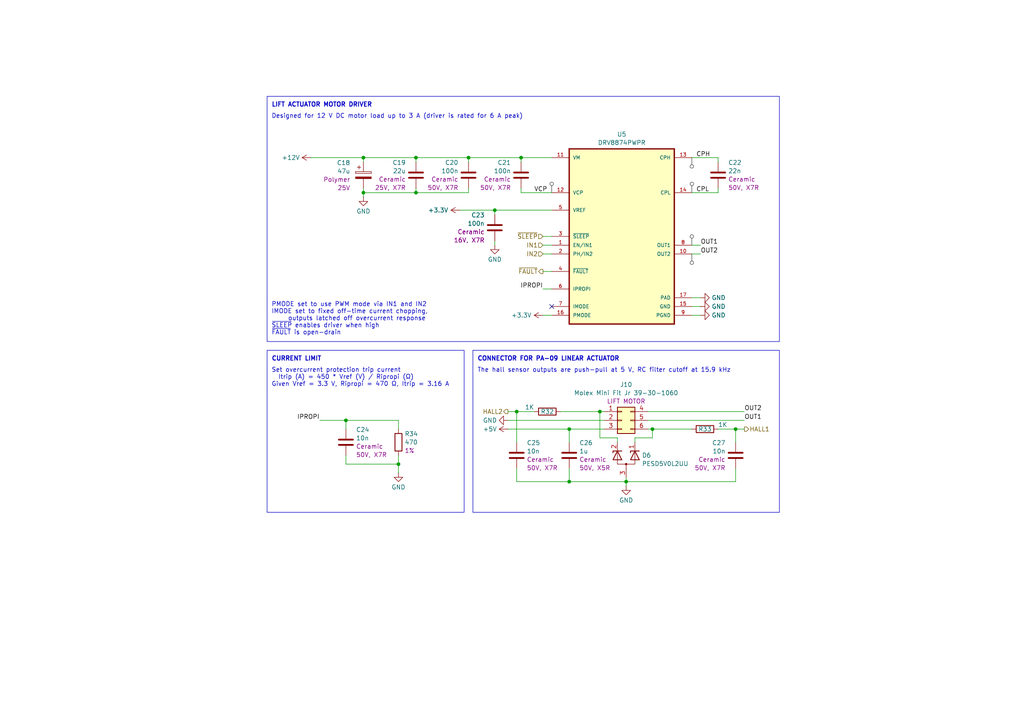
<source format=kicad_sch>
(kicad_sch (version 20250114) (generator "eeschema") (generator_version "9.0")
  (paper "A4")
  (title_block (title "Bed Lift Controller") (date "2026-01") (rev "v1.0") (company "Brown Studios LLC") (comment 1 "github.com/j9brown/bed-lift"))
  (lib_symbols
    (symbol "Connector_Generic:Conn_02x03_Top_Bottom" (pin_names (offset 1.016) (hide yes))
      (property "Reference" "J" (at 1.27 5.08 0))
      (property "Value" "Conn_02x03_Top_Bottom" (at 1.27 -5.08 0))
      (symbol "Conn_02x03_Top_Bottom_1_1"
        (rectangle (start -1.27 3.81) (end 3.81 -3.81) (stroke (width 0.254)) (fill (type background)))
        (rectangle (start -1.27 2.667) (end 0 2.413) (stroke (width 0.1524)))
        (rectangle (start -1.27 0.127) (end 0 -0.127) (stroke (width 0.1524)))
        (rectangle (start -1.27 -2.413) (end 0 -2.667) (stroke (width 0.1524)))
        (rectangle (start 3.81 2.667) (end 2.54 2.413) (stroke (width 0.1524)))
        (rectangle (start 3.81 0.127) (end 2.54 -0.127) (stroke (width 0.1524)))
        (rectangle (start 3.81 -2.413) (end 2.54 -2.667) (stroke (width 0.1524)))
        (pin passive line (at -5.08 2.54 0) (length 3.81) (name "Pin_1") (number "1"))
        (pin passive line (at -5.08 0 0) (length 3.81) (name "Pin_2") (number "2"))
        (pin passive line (at -5.08 -2.54 0) (length 3.81) (name "Pin_3") (number "3"))
        (pin passive line (at 7.62 2.54 180) (length 3.81) (name "Pin_4") (number "4"))
        (pin passive line (at 7.62 0 180) (length 3.81) (name "Pin_5") (number "5"))
        (pin passive line (at 7.62 -2.54 180) (length 3.81) (name "Pin_6") (number "6"))
      )
    )
    (symbol "DRV8874PWPR:DRV8874PWPR" (pin_names (offset 1.016))
      (property "Reference" "U" (at -15.24 26.4 0))
      (property "Value" "DRV8874PWPR" (at -15.24 -29.4 0))
      (symbol "DRV8874PWPR_0_0"
        (rectangle (start -15.24 25.4) (end 15.24 -25.4) (stroke (width 0.41)) (fill (type background)))
        (pin power_in line (at -20.32 22.86 0) (length 5.08) (name "VM") (number "11"))
        (pin power_out line (at -20.32 12.7 0) (length 5.08) (name "VCP") (number "12"))
        (pin input line (at -20.32 7.62 0) (length 5.08) (name "VREF") (number "5"))
        (pin input line (at -20.32 0 0) (length 5.08) (name "~{SLEEP}") (number "3"))
        (pin input line (at -20.32 -2.54 0) (length 5.08) (name "EN/IN1") (number "1"))
        (pin input line (at -20.32 -5.08 0) (length 5.08) (name "PH/IN2") (number "2"))
        (pin output line (at -20.32 -15.24 0) (length 5.08) (name "IPROPI") (number "6"))
        (pin input line (at -20.32 -20.32 0) (length 5.08) (name "IMODE") (number "7"))
        (pin input line (at -20.32 -22.86 0) (length 5.08) (name "PMODE") (number "16"))
        (pin power_out line (at 20.32 22.86 180) (length 5.08) (name "CPH") (number "13"))
        (pin power_out line (at 20.32 12.7 180) (length 5.08) (name "CPL") (number "14"))
        (pin passive line (at 20.32 -17.78 180) (length 5.08) (name "PAD") (number "17"))
        (pin power_in line (at 20.32 -20.32 180) (length 5.08) (name "GND") (number "15"))
        (pin power_in line (at 20.32 -22.86 180) (length 5.08) (name "PGND") (number "9"))
      )
      (symbol "DRV8874PWPR_1_0"
        (pin open_collector line (at -20.32 -10.16 0) (length 5.08) (name "~{FAULT}") (number "4"))
        (pin power_out line (at 20.32 -2.54 180) (length 5.08) (name "OUT1") (number "8"))
        (pin power_out line (at 20.32 -5.08 180) (length 5.08) (name "OUT2") (number "10"))
      )
    )
    (symbol "Device:C" (pin_numbers (hide yes)) (pin_names (offset 0.254))
      (property "Reference" "C" (at 0.635 2.54 0))
      (property "Value" "C" (at 0.635 -2.54 0))
      (symbol "C_0_1"
        (polyline (pts (xy -2.032 0.762) (xy 2.032 0.762)) (stroke (width 0.508)))
        (polyline (pts (xy -2.032 -0.762) (xy 2.032 -0.762)) (stroke (width 0.508)))
      )
      (symbol "C_1_1"
        (pin passive line (at 0 3.81 270) (length 2.794) (name "~") (number "1"))
        (pin passive line (at 0 -3.81 90) (length 2.794) (name "~") (number "2"))
      )
    )
    (symbol "Device:C_Polarized" (pin_numbers (hide yes)) (pin_names (offset 0.254))
      (property "Reference" "C" (at 0.635 2.54 0))
      (property "Value" "C_Polarized" (at 0.635 -2.54 0))
      (symbol "C_Polarized_0_1"
        (rectangle (start -2.286 0.508) (end 2.286 1.016))
        (polyline (pts (xy -1.778 2.286) (xy -0.762 2.286)))
        (polyline (pts (xy -1.27 2.794) (xy -1.27 1.778)))
        (rectangle (start 2.286 -0.508) (end -2.286 -1.016) (fill (type outline)))
      )
      (symbol "C_Polarized_1_1"
        (pin passive line (at 0 3.81 270) (length 2.794) (name "~") (number "1"))
        (pin passive line (at 0 -3.81 90) (length 2.794) (name "~") (number "2"))
      )
    )
    (symbol "Device:D_Zener_Dual_CommonAnode_KKA_Parallel" (pin_names (offset 0.762) (hide yes))
      (property "Reference" "D" (at 0 5.08 0))
      (property "Value" "D_Zener_Dual_CommonAnode_KKA_Parallel" (at 0 -5.08 0))
      (symbol "D_Zener_Dual_CommonAnode_KKA_Parallel_0_0"
        (polyline (pts (xy 2.032 1.27) (xy 2.54 1.27) (xy 2.54 3.81)) (stroke (width 0.254)))
        (polyline (pts (xy 2.54 -1.27) (xy 2.54 -3.81) (xy 2.032 -3.81)) (stroke (width 0.254)))
      )
      (symbol "D_Zener_Dual_CommonAnode_KKA_Parallel_0_1"
        (circle (center -1.27 0) (radius 0.254) (fill (type outline)))
        (polyline (pts (xy -1.27 0) (xy -2.54 0)))
        (polyline (pts (xy 0 3.81) (xy 2.54 2.54) (xy 0 1.27) (xy 0 3.81) (xy 0 3.81) (xy 0 3.81)) (stroke (width 0.254)))
        (polyline (pts (xy 0 -1.27) (xy 2.54 -2.54) (xy 0 -3.81) (xy 0 -1.27) (xy 0 -1.27) (xy 0 -1.27)) (stroke (width 0.254)))
        (polyline (pts (xy 2.54 2.54) (xy -1.27 2.54) (xy -1.27 -2.54) (xy 2.54 -2.54)))
        (pin passive line (at -5.08 0 0) (length 2.54) (name "A") (number "3"))
        (pin passive line (at 5.08 2.54 180) (length 2.54) (name "K") (number "1"))
        (pin passive line (at 5.08 -2.54 180) (length 2.54) (name "K") (number "2"))
      )
    )
    (symbol "Device:R" (pin_numbers (hide yes)) (pin_names (offset 0))
      (property "Reference" "R" (at 2.032 0 90))
      (property "Value" "R" (at 0 0 90))
      (symbol "R_0_1"
        (rectangle (start -1.016 -2.54) (end 1.016 2.54) (stroke (width 0.254)))
      )
      (symbol "R_1_1"
        (pin passive line (at 0 3.81 270) (length 1.27) (name "~") (number "1"))
        (pin passive line (at 0 -3.81 90) (length 1.27) (name "~") (number "2"))
      )
    )
    (symbol "power:+12V" (power) (pin_numbers (hide yes)) (pin_names (offset 0) (hide yes))
      (property "Value" "+12V" (at 0 3.556 0))
      (symbol "+12V_0_1"
        (polyline (pts (xy -0.762 1.27) (xy 0 2.54)))
        (polyline (pts (xy 0 2.54) (xy 0.762 1.27)))
        (polyline (pts (xy 0 0) (xy 0 2.54)))
      )
      (symbol "+12V_1_1"
        (pin power_in line (at 0 0 90) (length 0) (name "~") (number "1"))
      )
    )
    (symbol "power:+3.3V" (power) (pin_numbers (hide yes)) (pin_names (offset 0) (hide yes))
      (property "Value" "+3.3V" (at 0 3.556 0))
      (symbol "+3.3V_0_1"
        (polyline (pts (xy -0.762 1.27) (xy 0 2.54)))
        (polyline (pts (xy 0 2.54) (xy 0.762 1.27)))
        (polyline (pts (xy 0 0) (xy 0 2.54)))
      )
      (symbol "+3.3V_1_1"
        (pin power_in line (at 0 0 90) (length 0) (name "~") (number "1"))
      )
    )
    (symbol "power:+5V" (power) (pin_numbers (hide yes)) (pin_names (offset 0) (hide yes))
      (property "Value" "+5V" (at 0 3.556 0))
      (symbol "+5V_0_1"
        (polyline (pts (xy -0.762 1.27) (xy 0 2.54)))
        (polyline (pts (xy 0 2.54) (xy 0.762 1.27)))
        (polyline (pts (xy 0 0) (xy 0 2.54)))
      )
      (symbol "+5V_1_1"
        (pin power_in line (at 0 0 90) (length 0) (name "~") (number "1"))
      )
    )
    (symbol "power:GND" (power) (pin_numbers (hide yes)) (pin_names (offset 0) (hide yes))
      (property "Value" "GND" (at 0 -3.81 0))
      (symbol "GND_0_1"
        (polyline (pts (xy 0 0) (xy 0 -1.27) (xy 1.27 -1.27) (xy 0 -2.54) (xy -1.27 -1.27) (xy 0 -1.27)))
      )
      (symbol "GND_1_1"
        (pin power_in line (at 0 0 270) (length 0) (name "~") (number "1"))
      )
    )
  )
  (rectangle (start 77.47 101.6) (end 134.62 148.59))
  (rectangle (start 77.47 27.94) (end 226.06 99.06))
  (rectangle (start 137.16 101.6) (end 226.06 148.59))
  (text "CONNECTOR FOR PA-09 LINEAR ACTUATOR" (at 138.43 104.14 0) (effects (font (size 1.27 1.27) (thickness 0.254) (bold yes)) (justify left)))
  (text "PMODE set to use PWM mode via IN1 and IN2\nIMODE set to fixed off-time current chopping,\n	outputs latched off overcurrent response\n~{SLEEP} enables driver when high\n~{FAULT} is open-drain" (at 78.74 87.63 0) (effects (font (size 1.27 1.27)) (justify left top)))
  (text "LIFT ACTUATOR MOTOR DRIVER" (at 78.74 30.48 0) (effects (font (size 1.27 1.27) (thickness 0.254) (bold yes)) (justify left)))
  (text "CURRENT LIMIT" (at 78.74 104.14 0) (effects (font (size 1.27 1.27) (thickness 0.254) (bold yes)) (justify left)))
  (text "Designed for 12 V DC motor load up to 3 A (driver is rated for 6 A peak)" (at 78.74 33.02 0) (effects (font (size 1.27 1.27)) (justify left top)))
  (text "Set overcurrent protection trip current\n  Itrip (A) = 450 * Vref (V) / Ripropi (Ω)\nGiven Vref = 3.3 V, Ripropi = 470 Ω, Itrip = 3.16 A" (at 78.74 106.68 0) (effects (font (size 1.27 1.27)) (justify left top)))
  (text "The hall sensor outputs are push-pull at 5 V, RC filter cutoff at 15.9 kHz" (at 138.43 106.68 0) (effects (font (size 1.27 1.27)) (justify left top)))
  (junction (at 151.13 45.72))
  (junction (at 165.1 124.46))
  (junction (at 165.1 139.7))
  (junction (at 213.36 124.46))
  (junction (at 135.89 45.72))
  (junction (at 189.23 124.46))
  (junction (at 181.61 139.7))
  (junction (at 149.86 119.38))
  (junction (at 143.51 60.96))
  (junction (at 105.41 55.88))
  (junction (at 105.41 45.72))
  (junction (at 100.33 121.92))
  (junction (at 120.65 55.88))
  (junction (at 120.65 45.72))
  (junction (at 115.57 134.62))
  (junction (at 173.99 119.38))
  (no_connect (at 160.02 88.9))
  (wire (pts (xy 105.41 55.88) (xy 120.65 55.88)))
  (wire (pts (xy 105.41 55.88) (xy 105.41 57.15)))
  (wire (pts (xy 173.99 127) (xy 173.99 119.38)))
  (wire (pts (xy 100.33 132.08) (xy 100.33 134.62)))
  (wire (pts (xy 162.56 119.38) (xy 173.99 119.38)))
  (wire (pts (xy 151.13 55.88) (xy 160.02 55.88)))
  (wire (pts (xy 165.1 135.89) (xy 165.1 139.7)))
  (wire (pts (xy 115.57 134.62) (xy 115.57 137.16)))
  (wire (pts (xy 115.57 132.08) (xy 115.57 134.62)))
  (wire (pts (xy 151.13 54.61) (xy 151.13 55.88)))
  (wire (pts (xy 165.1 139.7) (xy 181.61 139.7)))
  (wire (pts (xy 100.33 134.62) (xy 115.57 134.62)))
  (wire (pts (xy 200.66 71.12) (xy 203.2 71.12)))
  (wire (pts (xy 179.07 127) (xy 173.99 127)))
  (wire (pts (xy 105.41 45.72) (xy 120.65 45.72)))
  (wire (pts (xy 100.33 121.92) (xy 115.57 121.92)))
  (wire (pts (xy 213.36 139.7) (xy 213.36 135.89)))
  (wire (pts (xy 135.89 45.72) (xy 151.13 45.72)))
  (wire (pts (xy 143.51 60.96) (xy 160.02 60.96)))
  (wire (pts (xy 147.32 124.46) (xy 165.1 124.46)))
  (wire (pts (xy 105.41 54.61) (xy 105.41 55.88)))
  (wire (pts (xy 189.23 124.46) (xy 200.66 124.46)))
  (wire (pts (xy 151.13 46.99) (xy 151.13 45.72)))
  (wire (pts (xy 120.65 45.72) (xy 135.89 45.72)))
  (wire (pts (xy 187.96 119.38) (xy 215.9 119.38)))
  (wire (pts (xy 200.66 45.72) (xy 208.28 45.72)))
  (wire (pts (xy 181.61 138.43) (xy 181.61 139.7)))
  (wire (pts (xy 181.61 139.7) (xy 181.61 140.97)))
  (wire (pts (xy 149.86 135.89) (xy 149.86 139.7)))
  (wire (pts (xy 149.86 119.38) (xy 149.86 128.27)))
  (wire (pts (xy 189.23 127) (xy 189.23 124.46)))
  (wire (pts (xy 143.51 60.96) (xy 143.51 62.23)))
  (wire (pts (xy 120.65 45.72) (xy 120.65 46.99)))
  (wire (pts (xy 213.36 124.46) (xy 213.36 128.27)))
  (wire (pts (xy 213.36 124.46) (xy 215.9 124.46)))
  (wire (pts (xy 157.48 71.12) (xy 160.02 71.12)))
  (wire (pts (xy 165.1 124.46) (xy 175.26 124.46)))
  (wire (pts (xy 200.66 88.9) (xy 203.2 88.9)))
  (wire (pts (xy 200.66 91.44) (xy 203.2 91.44)))
  (wire (pts (xy 181.61 139.7) (xy 213.36 139.7)))
  (wire (pts (xy 105.41 45.72) (xy 105.41 46.99)))
  (wire (pts (xy 120.65 54.61) (xy 120.65 55.88)))
  (wire (pts (xy 157.48 73.66) (xy 160.02 73.66)))
  (wire (pts (xy 173.99 119.38) (xy 175.26 119.38)))
  (wire (pts (xy 120.65 55.88) (xy 135.89 55.88)))
  (wire (pts (xy 92.71 121.92) (xy 100.33 121.92)))
  (wire (pts (xy 208.28 46.99) (xy 208.28 45.72)))
  (wire (pts (xy 157.48 78.74) (xy 160.02 78.74)))
  (wire (pts (xy 147.32 119.38) (xy 149.86 119.38)))
  (wire (pts (xy 200.66 55.88) (xy 208.28 55.88)))
  (wire (pts (xy 187.96 121.92) (xy 215.9 121.92)))
  (wire (pts (xy 133.35 60.96) (xy 143.51 60.96)))
  (wire (pts (xy 208.28 124.46) (xy 213.36 124.46)))
  (wire (pts (xy 157.48 68.58) (xy 160.02 68.58)))
  (wire (pts (xy 115.57 121.92) (xy 115.57 124.46)))
  (wire (pts (xy 157.48 91.44) (xy 160.02 91.44)))
  (wire (pts (xy 147.32 121.92) (xy 175.26 121.92)))
  (wire (pts (xy 90.17 45.72) (xy 105.41 45.72)))
  (wire (pts (xy 200.66 73.66) (xy 203.2 73.66)))
  (wire (pts (xy 184.15 128.27) (xy 184.15 127)))
  (wire (pts (xy 135.89 45.72) (xy 135.89 46.99)))
  (wire (pts (xy 208.28 54.61) (xy 208.28 55.88)))
  (wire (pts (xy 100.33 121.92) (xy 100.33 124.46)))
  (wire (pts (xy 184.15 127) (xy 189.23 127)))
  (wire (pts (xy 149.86 119.38) (xy 154.94 119.38)))
  (wire (pts (xy 200.66 86.36) (xy 203.2 86.36)))
  (wire (pts (xy 143.51 69.85) (xy 143.51 71.12)))
  (wire (pts (xy 135.89 55.88) (xy 135.89 54.61)))
  (wire (pts (xy 165.1 124.46) (xy 165.1 128.27)))
  (wire (pts (xy 151.13 45.72) (xy 160.02 45.72)))
  (wire (pts (xy 149.86 139.7) (xy 165.1 139.7)))
  (wire (pts (xy 179.07 128.27) (xy 179.07 127)))
  (wire (pts (xy 187.96 124.46) (xy 189.23 124.46)))
  (wire (pts (xy 157.48 83.82) (xy 160.02 83.82)))
  (label "IPROPI" (at 157.48 83.82 180))
  (label "CPH" (at 201.93 45.72 0))
  (label "OUT2" (at 203.2 73.66 0))
  (label "VCP" (at 158.75 55.88 180))
  (label "OUT1" (at 215.9 121.92 0))
  (label "OUT2" (at 215.9 119.38 0))
  (label "IPROPI" (at 92.71 121.92 180))
  (label "CPL" (at 201.93 55.88 0))
  (label "OUT1" (at 203.2 71.12 0))
  (hierarchical_label "~{FAULT}" (shape output) (at 157.48 78.74 180))
  (hierarchical_label "IN1" (shape input) (at 157.48 71.12 180))
  (hierarchical_label "IN2" (shape input) (at 157.48 73.66 180))
  (hierarchical_label "HALL1" (shape output) (at 215.9 124.46 0))
  (hierarchical_label "HALL2" (shape output) (at 147.32 119.38 180))
  (hierarchical_label "~{SLEEP}" (shape input) (at 157.48 68.58 180))
  (netclass_flag "" (length 2.54) (shape round) (at 200.66 73.66 180) (property "Netclass" "Power-4A" (effects (hide yes))))
  (netclass_flag "" (length 2.54) (shape round) (at 160.02 55.88 0) (property "Netclass" "Power" (effects (hide yes))))
  (netclass_flag "" (length 2.54) (shape round) (at 200.66 55.88 0) (property "Netclass" "Power" (effects (hide yes))))
  (netclass_flag "" (length 2.54) (shape round) (at 200.66 45.72 180) (property "Netclass" "Power" (effects (hide yes))))
  (netclass_flag "" (length 2.54) (shape round) (at 200.66 71.12 0) (property "Netclass" "Power-4A" (effects (hide yes))))
  (symbol (lib_id "power:+5V") (at 147.32 124.46 90) (unit 1)
    (property "Reference" "#PWR051" (effects (hide yes)))
    (property "Value" "+5V" (at 144.1451 124.46 90) (effects (justify left)))
    (property "Description" "Power symbol creates a global label with name \"+5V\"" (effects (hide yes)))
    (instances (project "bed-lift" (path "" (reference "#PWR051") (unit 1)) (path "" (reference "#PWR063") (unit 1))))
  )
  (symbol (lib_id "Device:C") (at 213.36 132.08 0) (mirror y) (unit 1)
    (property "Reference" "C27" (at 210.439 128.4435 0) (effects (justify left)))
    (property "Value" "10n" (at 210.439 130.8678 0) (effects (justify left)))
    (property "Footprint" "Capacitor_SMD:C_0402_1005Metric" (effects (hide yes)))
    (property "Description" "Unpolarized capacitor" (effects (hide yes)))
    (property "Type" "Ceramic" (at 210.439 133.2921 0) (effects (justify left)))
    (property "Rating" "50V, X7R" (at 210.439 135.7164 0) (effects (justify left)))
    (property "LCSC" "C15195" (effects (hide yes)))
    (instances (project "bed-lift" (path "" (reference "C27") (unit 1)) (path "" (reference "C37") (unit 1))))
  )
  (symbol (lib_id "Device:C") (at 135.89 50.8 0) (mirror y) (unit 1)
    (property "Reference" "C20" (at 132.969 47.1635 0) (effects (justify left)))
    (property "Value" "100n" (at 132.969 49.5878 0) (effects (justify left)))
    (property "Footprint" "Capacitor_SMD:C_0603_1608Metric" (effects (hide yes)))
    (property "Description" "Unpolarized capacitor" (effects (hide yes)))
    (property "Type" "Ceramic" (at 132.969 52.0121 0) (effects (justify left)))
    (property "Rating" "50V, X7R" (at 132.969 54.4364 0) (effects (justify left)))
    (property "LCSC" "C14663" (effects (hide yes)))
    (instances (project "bed-lift" (path "" (reference "C20") (unit 1)) (path "" (reference "C30") (unit 1))))
  )
  (symbol (lib_id "Device:C_Polarized") (at 105.41 50.8 0) (unit 1)
    (property "Reference" "C18" (at 101.6 47.2214 0) (effects (justify right)))
    (property "Value" "47u" (at 101.6 49.6457 0) (effects (justify right)))
    (property "Footprint" "Capacitor_THT:CP_Radial_D5.0mm_P2.50mm" (effects (hide yes)))
    (property "Description" "Polarized capacitor" (effects (hide yes)))
    (property "Type" "Polymer" (at 101.6 52.07 0) (effects (justify right)))
    (property "Rating" "25V" (at 101.6 54.4943 0) (effects (justify right)))
    (property "LCSC" "C5243872" (effects (hide yes)))
    (property "Part" "4700250508R00" (effects (hide yes)))
    (instances (project "bed-lift" (path "" (reference "C18") (unit 1)) (path "" (reference "C28") (unit 1))))
  )
  (symbol (lib_id "Device:C") (at 143.51 66.04 0) (mirror y) (unit 1)
    (property "Reference" "C23" (at 140.589 62.4035 0) (effects (justify left)))
    (property "Value" "100n" (at 140.589 64.8278 0) (effects (justify left)))
    (property "Footprint" "Capacitor_SMD:C_0402_1005Metric" (effects (hide yes)))
    (property "Description" "Unpolarized capacitor" (effects (hide yes)))
    (property "Type" "Ceramic" (at 140.589 67.2521 0) (effects (justify left)))
    (property "Rating" "16V, X7R" (at 140.589 69.6764 0) (effects (justify left)))
    (property "LCSC" "C1525" (effects (hide yes)))
    (instances (project "bed-lift" (path "" (reference "C23") (unit 1)) (path "" (reference "C33") (unit 1))))
  )
  (symbol (lib_id "power:GND") (at 203.2 88.9 90) (unit 1)
    (property "Reference" "#PWR047" (effects (hide yes)))
    (property "Value" "GND" (at 206.375 88.9 90) (effects (justify right)))
    (property "Description" "Power symbol creates a global label with name \"GND\" , ground" (effects (hide yes)))
    (instances (project "bed-lift" (path "" (reference "#PWR047") (unit 1)) (path "" (reference "#PWR059") (unit 1))))
  )
  (symbol (lib_id "Device:C") (at 149.86 132.08 0) (unit 1)
    (property "Reference" "C25" (at 152.781 128.4435 0) (effects (justify left)))
    (property "Value" "10n" (at 152.781 130.8678 0) (effects (justify left)))
    (property "Footprint" "Capacitor_SMD:C_0402_1005Metric" (effects (hide yes)))
    (property "Description" "Unpolarized capacitor" (effects (hide yes)))
    (property "Type" "Ceramic" (at 152.781 133.2921 0) (effects (justify left)))
    (property "Rating" "50V, X7R" (at 152.781 135.7164 0) (effects (justify left)))
    (property "LCSC" "C15195" (effects (hide yes)))
    (instances (project "bed-lift" (path "" (reference "C25") (unit 1)) (path "" (reference "C35") (unit 1))))
  )
  (symbol (lib_id "Connector_Generic:Conn_02x03_Top_Bottom") (at 180.34 121.92 0) (unit 1)
    (property "Reference" "J10" (at 181.61 111.5413 0))
    (property "Value" "Molex Mini Fit Jr 39-30-1060" (at 181.61 113.9656 0))
    (property "Footprint" "Molex:MOLEX_39301060" (effects (hide yes)))
    (property "Description" "Generic connector, double row, 02x03, top/bottom pin numbering scheme (row 1: 1...pins_per_row, row2: pins_per_row+1 ... num_pins), script generated (kicad-library-utils/schlib/autogen/connector/)" (effects (hide yes)))
    (property "Label" "LIFT MOTOR" (at 181.61 116.3899 0))
    (property "LCSC" "C114098" (effects (hide yes)))
    (property "FT Position Offset" "0,3.81" (effects (hide yes)))
    (instances (project "" (path "" (reference "J10") (unit 1)) (path "" (reference "J11") (unit 1))))
  )
  (symbol (lib_id "power:GND") (at 181.61 140.97 0) (mirror y) (unit 1)
    (property "Reference" "#PWR053" (effects (hide yes)))
    (property "Value" "GND" (at 181.61 145.1031 0))
    (property "Description" "Power symbol creates a global label with name \"GND\" , ground" (effects (hide yes)))
    (instances (project "bed-lift" (path "" (reference "#PWR053") (unit 1)) (path "" (reference "#PWR065") (unit 1))))
  )
  (symbol (lib_id "Device:C") (at 208.28 50.8 0) (unit 1)
    (property "Reference" "C22" (at 211.201 47.1635 0) (effects (justify left)))
    (property "Value" "22n" (at 211.201 49.5878 0) (effects (justify left)))
    (property "Footprint" "Capacitor_SMD:C_0603_1608Metric" (effects (hide yes)))
    (property "Description" "Unpolarized capacitor" (effects (hide yes)))
    (property "Type" "Ceramic" (at 211.201 52.0121 0) (effects (justify left)))
    (property "Rating" "50V, X7R" (at 211.201 54.4364 0) (effects (justify left)))
    (property "LCSC" "C21122" (effects (hide yes)))
    (instances (project "bed-lift" (path "" (reference "C22") (unit 1)) (path "" (reference "C32") (unit 1))))
  )
  (symbol (lib_id "power:GND") (at 143.51 71.12 0) (unit 1)
    (property "Reference" "#PWR045" (effects (hide yes)))
    (property "Value" "GND" (at 143.51 75.2531 0))
    (property "Description" "Power symbol creates a global label with name \"GND\" , ground" (effects (hide yes)))
    (instances (project "bed-lift" (path "" (reference "#PWR045") (unit 1)) (path "" (reference "#PWR057") (unit 1))))
  )
  (symbol (lib_id "Device:C") (at 151.13 50.8 0) (mirror y) (unit 1)
    (property "Reference" "C21" (at 148.209 47.1635 0) (effects (justify left)))
    (property "Value" "100n" (at 148.209 49.5878 0) (effects (justify left)))
    (property "Footprint" "Capacitor_SMD:C_0603_1608Metric" (effects (hide yes)))
    (property "Description" "Unpolarized capacitor" (effects (hide yes)))
    (property "Type" "Ceramic" (at 148.209 52.0121 0) (effects (justify left)))
    (property "Rating" "50V, X7R" (at 148.209 54.4364 0) (effects (justify left)))
    (property "LCSC" "C14663" (effects (hide yes)))
    (instances (project "bed-lift" (path "" (reference "C21") (unit 1)) (path "" (reference "C31") (unit 1))))
  )
  (symbol (lib_id "Device:C") (at 165.1 132.08 0) (unit 1)
    (property "Reference" "C26" (at 168.021 128.4435 0) (effects (justify left)))
    (property "Value" "1u" (at 168.021 130.8678 0) (effects (justify left)))
    (property "Footprint" "Capacitor_SMD:C_0603_1608Metric" (effects (hide yes)))
    (property "Description" "Unpolarized capacitor" (effects (hide yes)))
    (property "Type" "Ceramic" (at 168.021 133.2921 0) (effects (justify left)))
    (property "Rating" "50V, X5R" (at 168.021 135.7164 0) (effects (justify left)))
    (property "LCSC" "C15849" (effects (hide yes)))
    (instances (project "bed-lift" (path "" (reference "C26") (unit 1)) (path "" (reference "C36") (unit 1))))
  )
  (symbol (lib_id "DRV8874PWPR:DRV8874PWPR") (at 180.34 68.58 0) (unit 1)
    (property "Reference" "U5" (at 180.34 38.9575 0))
    (property "Value" "DRV8874PWPR" (at 180.34 41.3818 0))
    (property "Footprint" "DRV8874PWPR:HTSSOP-16 PWP0016J" (effects (hide yes)))
    (property "Datasheet" "https://www.ti.com/lit/ds/slvsf66a/slvsf66a.pdf" (effects (hide yes)))
    (property "PACKAGE" "HTSSOP-16 Texas Instruments" (effects (hide yes)))
    (property "MAXIMUM_PACKAGE_HEIGHT" "1.2mm" (effects (hide yes)))
    (property "MANUFACTURER" "Texas Instruments" (effects (hide yes)))
    (property "LCSC" "C1855818" (effects (hide yes)))
    (instances (project "bed-lift" (path "" (reference "U5") (unit 1)) (path "" (reference "U6") (unit 1))))
  )
  (symbol (lib_id "power:GND") (at 105.41 57.15 0) (unit 1)
    (property "Reference" "#PWR043" (effects (hide yes)))
    (property "Value" "GND" (at 105.41 61.2831 0))
    (property "Description" "Power symbol creates a global label with name \"GND\" , ground" (effects (hide yes)))
    (instances (project "bed-lift" (path "" (reference "#PWR043") (unit 1)) (path "" (reference "#PWR055") (unit 1))))
  )
  (symbol (lib_id "power:+12V") (at 90.17 45.72 90) (unit 1)
    (property "Reference" "#PWR042" (effects (hide yes)))
    (property "Value" "+12V" (at 86.995 45.72 90) (effects (justify left)))
    (property "Description" "Power symbol creates a global label with name \"+12V\"" (effects (hide yes)))
    (instances (project "bed-lift" (path "" (reference "#PWR042") (unit 1)) (path "" (reference "#PWR054") (unit 1))))
  )
  (symbol (lib_id "power:GND") (at 115.57 137.16 0) (unit 1)
    (property "Reference" "#PWR052" (effects (hide yes)))
    (property "Value" "GND" (at 115.57 141.2931 0))
    (property "Description" "Power symbol creates a global label with name \"GND\" , ground" (effects (hide yes)))
    (instances (project "bed-lift" (path "" (reference "#PWR052") (unit 1)) (path "" (reference "#PWR064") (unit 1))))
  )
  (symbol (lib_id "power:+3.3V") (at 157.48 91.44 90) (unit 1)
    (property "Reference" "#PWR048" (effects (hide yes)))
    (property "Value" "+3.3V" (at 154.178 91.44 90) (effects (justify left)))
    (property "Description" "Power symbol creates a global label with name \"+3.3V\"" (effects (hide yes)))
    (instances (project "bed-lift" (path "" (reference "#PWR048") (unit 1)) (path "" (reference "#PWR060") (unit 1))))
  )
  (symbol (lib_id "Device:D_Zener_Dual_CommonAnode_KKA_Parallel") (at 181.61 133.35 270) (mirror x) (unit 1)
    (property "Reference" "D6" (at 186.182 132.0743 90) (effects (justify left)))
    (property "Value" "PESD5V0L2UU" (at 186.182 134.4986 90) (effects (justify left)))
    (property "Footprint" "Package_TO_SOT_SMD:SOT-323_SC-70" (effects (hide yes)))
    (property "Datasheet" "https://assets.nexperia.com/documents/data-sheet/PESD5V0L2UU.pdf" (effects (hide yes)))
    (property "Description" "Dual Zener diode, common anode on pin 3" (effects (hide yes)))
    (property "LCSC" "C78769" (effects (hide yes)))
    (property "LCSC Alternative" "C28646364" (effects (hide yes)))
    (property "FT Rotation Offset" "180" (effects (hide yes)))
    (instances (project "bed-lift" (path "" (reference "D6") (unit 1)) (path "" (reference "D7") (unit 1))))
  )
  (symbol (lib_id "power:GND") (at 203.2 91.44 90) (unit 1)
    (property "Reference" "#PWR049" (effects (hide yes)))
    (property "Value" "GND" (at 206.375 91.44 90) (effects (justify right)))
    (property "Description" "Power symbol creates a global label with name \"GND\" , ground" (effects (hide yes)))
    (instances (project "bed-lift" (path "" (reference "#PWR049") (unit 1)) (path "" (reference "#PWR061") (unit 1))))
  )
  (symbol (lib_id "power:GND") (at 203.2 86.36 90) (unit 1)
    (property "Reference" "#PWR046" (effects (hide yes)))
    (property "Value" "GND" (at 206.375 86.36 90) (effects (justify right)))
    (property "Description" "Power symbol creates a global label with name \"GND\" , ground" (effects (hide yes)))
    (instances (project "bed-lift" (path "" (reference "#PWR046") (unit 1)) (path "" (reference "#PWR058") (unit 1))))
  )
  (symbol (lib_id "Device:R") (at 115.57 128.27 0) (mirror y) (unit 1)
    (property "Reference" "R34" (at 117.348 125.8457 0) (effects (justify right)))
    (property "Value" "470" (at 117.348 128.27 0) (effects (justify right)))
    (property "Footprint" "Resistor_SMD:R_0402_1005Metric" (effects (hide yes)))
    (property "Description" "Resistor" (effects (hide yes)))
    (property "Rating" "1%" (at 117.348 130.6943 0) (effects (justify right)))
    (property "LCSC" "C25117" (effects (hide yes)))
    (instances (project "bed-lift" (path "" (reference "R34") (unit 1)) (path "" (reference "R37") (unit 1))))
  )
  (symbol (lib_id "power:+3.3V") (at 133.35 60.96 90) (unit 1)
    (property "Reference" "#PWR044" (effects (hide yes)))
    (property "Value" "+3.3V" (at 130.048 60.96 90) (effects (justify left)))
    (property "Description" "Power symbol creates a global label with name \"+3.3V\"" (effects (hide yes)))
    (instances (project "bed-lift" (path "" (reference "#PWR044") (unit 1)) (path "" (reference "#PWR056") (unit 1))))
  )
  (symbol (lib_id "Device:R") (at 158.75 119.38 90) (unit 1)
    (property "Reference" "R32" (at 158.75 119.38 90))
    (property "Value" "1K" (at 154.94 118.11 90) (effects (justify left)))
    (property "Footprint" "Resistor_SMD:R_0402_1005Metric" (effects (hide yes)))
    (property "Description" "Resistor" (effects (hide yes)))
    (property "LCSC" "C11702" (effects (hide yes)))
    (instances (project "bed-lift" (path "" (reference "R32") (unit 1)) (path "" (reference "R35") (unit 1))))
  )
  (symbol (lib_id "Device:R") (at 204.47 124.46 90) (unit 1)
    (property "Reference" "R33" (at 204.47 124.46 90))
    (property "Value" "1K" (at 208.28 123.19 90) (effects (justify right)))
    (property "Footprint" "Resistor_SMD:R_0402_1005Metric" (effects (hide yes)))
    (property "Description" "Resistor" (effects (hide yes)))
    (property "LCSC" "C11702" (effects (hide yes)))
    (instances (project "bed-lift" (path "" (reference "R33") (unit 1)) (path "" (reference "R36") (unit 1))))
  )
  (symbol (lib_id "power:GND") (at 147.32 121.92 270) (mirror x) (unit 1)
    (property "Reference" "#PWR050" (effects (hide yes)))
    (property "Value" "GND" (at 144.1451 121.92 90) (effects (justify right)))
    (property "Description" "Power symbol creates a global label with name \"GND\" , ground" (effects (hide yes)))
    (instances (project "bed-lift" (path "" (reference "#PWR050") (unit 1)) (path "" (reference "#PWR062") (unit 1))))
  )
  (symbol (lib_id "Device:C") (at 100.33 128.27 0) (mirror y) (unit 1)
    (property "Reference" "C24" (at 103.251 124.6335 0) (effects (justify right)))
    (property "Value" "10n" (at 103.251 127.0578 0) (effects (justify right)))
    (property "Footprint" "Capacitor_SMD:C_0402_1005Metric" (effects (hide yes)))
    (property "Description" "Unpolarized capacitor" (effects (hide yes)))
    (property "Type" "Ceramic" (at 103.251 129.4821 0) (effects (justify right)))
    (property "Rating" "50V, X7R" (at 103.251 131.9064 0) (effects (justify right)))
    (property "LCSC" "C15195" (effects (hide yes)))
    (instances (project "bed-lift" (path "" (reference "C24") (unit 1)) (path "" (reference "C34") (unit 1))))
  )
  (symbol (lib_id "Device:C") (at 120.65 50.8 0) (mirror x) (unit 1)
    (property "Reference" "C19" (at 117.729 47.1635 0) (effects (justify right)))
    (property "Value" "22u" (at 117.729 49.5878 0) (effects (justify right)))
    (property "Footprint" "Capacitor_SMD:C_1210_3225Metric" (effects (hide yes)))
    (property "Description" "Unpolarized capacitor" (effects (hide yes)))
    (property "Type" "Ceramic" (at 117.729 52.0121 0) (effects (justify right)))
    (property "Rating" "25V, X7R" (at 117.729 54.4364 0) (effects (justify right)))
    (property "LCSC" "C309062" (effects (hide yes)))
    (instances (project "bed-lift" (path "" (reference "C19") (unit 1)) (path "" (reference "C29") (unit 1))))
  )
)
</source>
